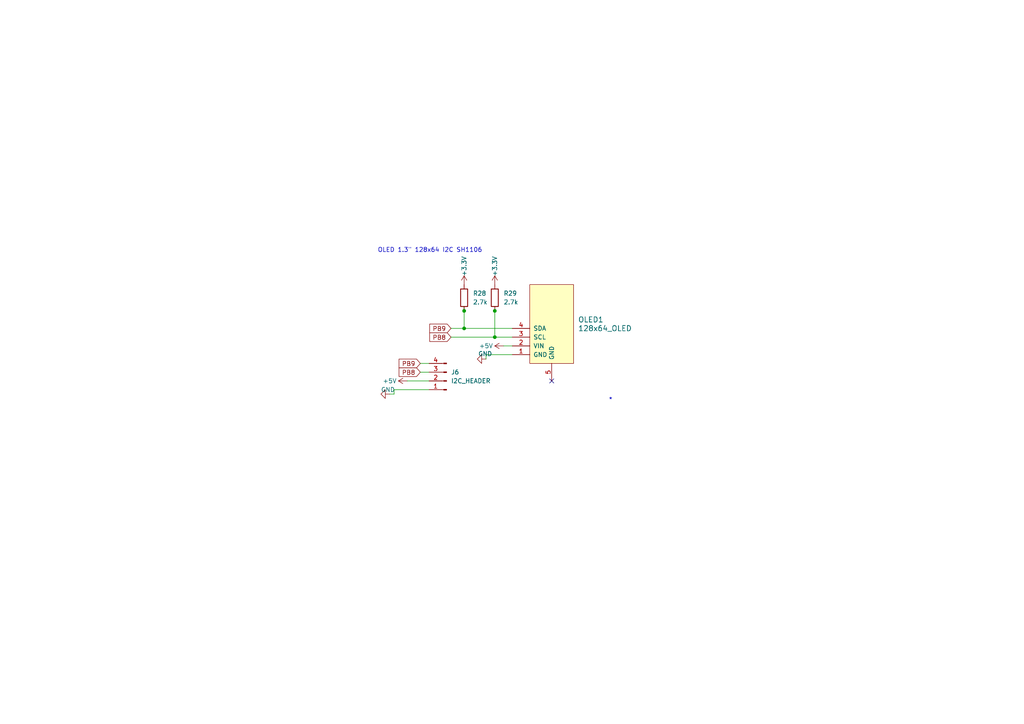
<source format=kicad_sch>
(kicad_sch (version 20250114) (generator "eeschema") (generator_version "9.0")
  (paper "A4")
  (lib_symbols
    (symbol "Connector:Conn_01x04_Pin" (pin_names (offset 1.016) (hide yes))
      (property "Reference" "J" (at 0 5.08 0))
      (property "Value" "Conn_01x04_Pin" (at 0 -7.62 0))
      (symbol "Conn_01x04_Pin_1_1"
        (rectangle (start 0.8636 2.667) (end 0 2.413) (stroke (width 0.1524)) (fill (type outline)))
        (rectangle (start 0.8636 0.127) (end 0 -0.127) (stroke (width 0.1524)) (fill (type outline)))
        (rectangle (start 0.8636 -2.413) (end 0 -2.667) (stroke (width 0.1524)) (fill (type outline)))
        (rectangle (start 0.8636 -4.953) (end 0 -5.207) (stroke (width 0.1524)) (fill (type outline)))
        (polyline (pts (xy 1.27 2.54) (xy 0.8636 2.54)) (stroke (width 0.1524)))
        (polyline (pts (xy 1.27 0) (xy 0.8636 0)) (stroke (width 0.1524)))
        (polyline (pts (xy 1.27 -2.54) (xy 0.8636 -2.54)) (stroke (width 0.1524)))
        (polyline (pts (xy 1.27 -5.08) (xy 0.8636 -5.08)) (stroke (width 0.1524)))
        (pin passive line (at 5.08 2.54 180) (length 3.81) (name "Pin_1") (number "1"))
        (pin passive line (at 5.08 0 180) (length 3.81) (name "Pin_2") (number "2"))
        (pin passive line (at 5.08 -2.54 180) (length 3.81) (name "Pin_3") (number "3"))
        (pin passive line (at 5.08 -5.08 180) (length 3.81) (name "Pin_4") (number "4"))
      )
    )
    (symbol "Device:R" (pin_numbers (hide yes)) (pin_names (offset 0))
      (property "Reference" "R" (at 2.032 0 90))
      (property "Value" "R" (at 0 0 90))
      (symbol "R_0_1"
        (rectangle (start -1.016 -2.54) (end 1.016 2.54) (stroke (width 0.254)))
      )
      (symbol "R_1_1"
        (pin passive line (at 0 3.81 270) (length 1.27) (name "~") (number "1"))
        (pin passive line (at 0 -3.81 90) (length 1.27) (name "~") (number "2"))
      )
    )
    (symbol "ksoloti:display_i2c_oled" (pin_names (offset 1.016))
      (property "Reference" "OLED1" (at 18.415 9.8662 0))
      (property "Value" "display_i2c_oled" (at 18.415 6.8728 0))
      (symbol "display_i2c_oled_0_1"
        (rectangle (start 5.08 -2.54) (end 17.78 20.32) (fill (type background)))
      )
      (symbol "display_i2c_oled_1_1"
        (pin input line (at 0 7.62 0) (length 5.08) (name "SDA") (number "4"))
        (pin input line (at 0 5.08 0) (length 5.08) (name "SCL") (number "3"))
        (pin input line (at 0 2.54 0) (length 5.08) (name "VIN") (number "2"))
        (pin input line (at 0 0 0) (length 5.08) (name "GND") (number "1"))
        (pin input line (at 11.43 -7.62 90) (length 5.08) (name "GND") (number "5"))
      )
    )
    (symbol "power:+3.3V" (power) (pin_names (offset 0))
      (property "Value" "+3.3V" (at 0 3.556 0))
      (symbol "+3.3V_0_1"
        (polyline (pts (xy -0.762 1.27) (xy 0 2.54)))
        (polyline (pts (xy 0 2.54) (xy 0.762 1.27)))
        (polyline (pts (xy 0 0) (xy 0 2.54)))
      )
      (symbol "+3.3V_1_1"
        (pin power_in line (at 0 0 90) (length 0) (hide yes) (name "+3.3V") (number "1"))
      )
    )
    (symbol "power:+5V" (power) (pin_names (offset 0))
      (property "Value" "+5V" (at 0 3.556 0))
      (symbol "+5V_0_1"
        (polyline (pts (xy -0.762 1.27) (xy 0 2.54)))
        (polyline (pts (xy 0 2.54) (xy 0.762 1.27)))
        (polyline (pts (xy 0 0) (xy 0 2.54)))
      )
      (symbol "+5V_1_1"
        (pin power_in line (at 0 0 90) (length 0) (hide yes) (name "+5V") (number "1"))
      )
    )
    (symbol "power:GND" (power) (pin_names (offset 0))
      (property "Value" "GND" (at 0 -3.81 0))
      (symbol "GND_0_1"
        (polyline (pts (xy 0 0) (xy 0 -1.27) (xy 1.27 -1.27) (xy 0 -2.54) (xy -1.27 -1.27) (xy 0 -1.27)))
      )
      (symbol "GND_1_1"
        (pin power_in line (at 0 0 270) (length 0) (hide yes) (name "GND") (number "1"))
      )
    )
  )
  (text "OLED 1.3\" 128x64 I2C SH1106\n" (at 124.714 72.644 0) (effects (font (size 1.27 1.27))))
  (text "*" (at 176.53 116.84 0) (effects (font (size 1.27 1.27)) (justify left bottom)))
  (junction (at 143.51 90.17))
  (junction (at 134.62 95.25))
  (junction (at 143.51 97.79))
  (junction (at 134.62 90.17))
  (no_connect (at 160.02 110.49))
  (wire (pts (xy 114.3 113.03) (xy 124.46 113.03)))
  (wire (pts (xy 130.81 97.79) (xy 143.51 97.79)))
  (wire (pts (xy 114.3 114.3) (xy 113.03 114.3)))
  (wire (pts (xy 143.51 90.17) (xy 143.51 97.79)))
  (wire (pts (xy 121.92 107.95) (xy 124.46 107.95)))
  (wire (pts (xy 143.51 88.9) (xy 143.51 90.17)))
  (wire (pts (xy 140.97 102.87) (xy 148.59 102.87)))
  (wire (pts (xy 134.62 90.17) (xy 134.62 95.25)))
  (wire (pts (xy 134.62 95.25) (xy 148.59 95.25)))
  (wire (pts (xy 143.51 97.79) (xy 148.59 97.79)))
  (wire (pts (xy 118.11 110.49) (xy 124.46 110.49)))
  (wire (pts (xy 134.62 88.9) (xy 134.62 90.17)))
  (wire (pts (xy 140.97 102.87) (xy 140.97 104.14)))
  (wire (pts (xy 130.81 95.25) (xy 134.62 95.25)))
  (wire (pts (xy 114.3 113.03) (xy 114.3 114.3)))
  (wire (pts (xy 146.05 100.33) (xy 148.59 100.33)))
  (wire (pts (xy 121.92 105.41) (xy 124.46 105.41)))
  (global_label "PB8" (shape input) (at 121.92 107.95 180) (property "Intersheetrefs" "${INTERSHEET_REFS}" (effects (hide yes))))
  (global_label "PB9" (shape input) (at 130.81 95.25 180) (property "Intersheetrefs" "${INTERSHEET_REFS}" (effects (hide yes))))
  (global_label "PB9" (shape input) (at 121.92 105.41 180) (property "Intersheetrefs" "${INTERSHEET_REFS}" (effects (hide yes))))
  (global_label "PB8" (shape input) (at 130.81 97.79 180) (property "Intersheetrefs" "${INTERSHEET_REFS}" (effects (hide yes))))
  (symbol (lib_id "Device:R") (at 143.51 86.36 0) (unit 1)
    (property "Reference" "R29" (at 146.05 85.0899 0) (effects (justify left)))
    (property "Value" "2.7k" (at 146.05 87.6299 0) (effects (justify left)))
    (property "Footprint" "Resistor_SMD:R_0201_0603Metric" (effects (hide yes)))
    (property "Description" "Resistor" (effects (hide yes)))
  )
  (symbol (lib_id "Device:R") (at 134.62 86.36 0) (unit 1)
    (property "Reference" "R28" (at 137.16 85.0899 0) (effects (justify left)))
    (property "Value" "2.7k" (at 137.16 87.6299 0) (effects (justify left)))
    (property "Footprint" "Resistor_SMD:R_0201_0603Metric" (effects (hide yes)))
    (property "Description" "Resistor" (effects (hide yes)))
  )
  (symbol (lib_id "power:GND") (at 140.97 104.14 270) (unit 1)
    (property "Reference" "#PWR058" (effects (hide yes)))
    (property "Value" "GND" (at 140.716 102.616 90))
  )
  (symbol (lib_id "power:+3.3V") (at 143.51 82.55 0) (mirror y) (unit 1)
    (property "Reference" "#PWR0148" (effects (hide yes)))
    (property "Value" "+3.3V" (at 143.51 77.216 90))
  )
  (symbol (lib_id "Connector:Conn_01x04_Pin") (at 129.54 110.49 180) (unit 1)
    (property "Reference" "J6" (at 130.81 107.9499 0) (effects (justify right)))
    (property "Value" "I2C_HEADER" (at 130.81 110.4899 0) (effects (justify right)))
    (property "Footprint" "Connector_PinHeader_2.54mm:PinHeader_1x04_P2.54mm_Vertical" (effects (hide yes)))
    (property "Description" "Generic connector, single row, 01x04, script generated" (effects (hide yes)))
  )
  (symbol (lib_id "power:+5V") (at 146.05 100.33 90) (unit 1)
    (property "Reference" "#PWR0149" (effects (hide yes)))
    (property "Value" "+5V" (at 140.97 100.33 90))
  )
  (symbol (lib_id "power:+3.3V") (at 134.62 82.55 0) (mirror y) (unit 1)
    (property "Reference" "#PWR057" (effects (hide yes)))
    (property "Value" "+3.3V" (at 134.62 77.216 90))
  )
  (symbol (lib_id "power:+5V") (at 118.11 110.49 90) (unit 1)
    (property "Reference" "#PWR050" (effects (hide yes)))
    (property "Value" "+5V" (at 113.03 110.49 90))
  )
  (symbol (lib_id "ksoloti:display_i2c_oled") (at 148.59 102.87 0) (unit 1)
    (property "Reference" "OLED1" (at 167.64 92.7099 0) (effects (font (size 1.524 1.524)) (justify left)))
    (property "Value" "128x64_OLED" (at 167.64 95.2499 0) (effects (font (size 1.524 1.524)) (justify left)))
    (property "Footprint" "Connector_PinHeader_2.54mm:2.42 OLED Simon Karl Custom" (effects (hide yes)))
    (property "LCSC" "-" (effects (hide yes)))
  )
  (symbol (lib_id "power:GND") (at 113.03 114.3 270) (unit 1)
    (property "Reference" "#PWR039" (effects (hide yes)))
    (property "Value" "GND" (at 112.522 113.03 90))
  )
)
</source>
